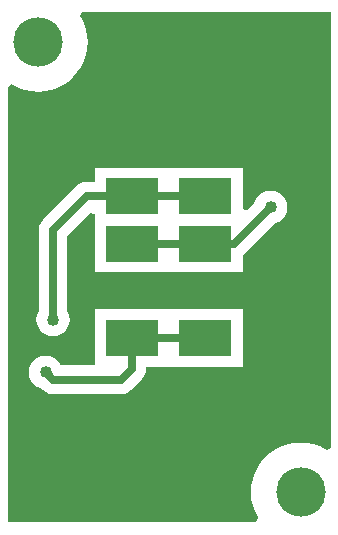
<source format=gbl>
%FSLAX25Y25*%
%MOIN*%
G70*
G01*
G75*
G04 Layer_Physical_Order=2*
G04 Layer_Color=65280*
%ADD10R,0.05000X0.08000*%
%ADD11R,0.08000X0.05000*%
%ADD12R,0.05906X0.05906*%
%ADD13P,0.08352X4X255.0*%
%ADD14P,0.08352X4X195.0*%
%ADD15C,0.02500*%
%ADD16C,0.16500*%
%ADD17C,0.04000*%
%ADD18R,0.17716X0.12205*%
G36*
X510000Y427254D02*
X508677Y426546D01*
X508268Y426820D01*
X506328Y427777D01*
X504280Y428472D01*
X502158Y428894D01*
X500000Y429035D01*
X497842Y428894D01*
X495720Y428472D01*
X493672Y427777D01*
X491732Y426820D01*
X489934Y425618D01*
X488308Y424192D01*
X486882Y422566D01*
X485680Y420768D01*
X484723Y418828D01*
X484028Y416780D01*
X483606Y414658D01*
X483465Y412500D01*
X483606Y410342D01*
X484028Y408220D01*
X484723Y406172D01*
X485680Y404232D01*
X485954Y403823D01*
X485246Y402500D01*
X402500D01*
Y547746D01*
X403823Y548454D01*
X404232Y548180D01*
X406172Y547223D01*
X408220Y546528D01*
X410342Y546106D01*
X412500Y545965D01*
X414658Y546106D01*
X416780Y546528D01*
X418828Y547223D01*
X420768Y548180D01*
X422566Y549382D01*
X424192Y550808D01*
X425618Y552434D01*
X426820Y554232D01*
X427777Y556172D01*
X428472Y558220D01*
X428894Y560342D01*
X429035Y562500D01*
X428894Y564658D01*
X428472Y566780D01*
X427777Y568828D01*
X426820Y570768D01*
X426546Y571177D01*
X427254Y572500D01*
X510000D01*
Y427254D01*
D02*
G37*
%LPC*%
G36*
X480665Y473502D02*
X431342D01*
Y454791D01*
X420004D01*
X419804Y455274D01*
X418923Y456423D01*
X417774Y457304D01*
X416436Y457858D01*
X415000Y458047D01*
X413564Y457858D01*
X412226Y457304D01*
X411077Y456423D01*
X410196Y455274D01*
X409642Y453936D01*
X409452Y452500D01*
X409642Y451064D01*
X410196Y449726D01*
X411077Y448577D01*
X412226Y447696D01*
X413564Y447142D01*
X413586Y447139D01*
X414112Y446612D01*
X415104Y445851D01*
X416260Y445372D01*
X417500Y445209D01*
X440000D01*
X441240Y445372D01*
X442057Y445711D01*
X442395Y445851D01*
X443388Y446612D01*
Y446612D01*
X443388D01*
D01*
D01*
D01*
D01*
D01*
D01*
X443388D01*
D01*
X443388D01*
Y446612D01*
D01*
D01*
D01*
D01*
Y446612D01*
D01*
D01*
D01*
Y446612D01*
D01*
D01*
X443388D01*
D01*
D01*
D01*
X447088Y450312D01*
Y450312D01*
D01*
D01*
D01*
X447088Y450312D01*
Y450312D01*
D01*
D01*
Y450312D01*
X447088D01*
D01*
D01*
X447088D01*
D01*
D01*
Y450312D01*
D01*
D01*
D01*
Y450312D01*
D01*
D01*
X447088D01*
D01*
X447088Y450312D01*
D01*
D01*
X447849Y451304D01*
X448328Y452460D01*
X448491Y453700D01*
Y454298D01*
X480665D01*
Y473502D01*
D02*
G37*
G36*
Y520747D02*
X431342D01*
Y515935D01*
X428644D01*
X427404Y515772D01*
X426249Y515293D01*
X425256Y514532D01*
X414112Y503388D01*
X413351Y502395D01*
X413211Y502057D01*
X412872Y501240D01*
X412709Y500000D01*
Y472791D01*
X412696Y472774D01*
X412142Y471436D01*
X411952Y470000D01*
X412142Y468564D01*
X412696Y467226D01*
X413577Y466077D01*
X414726Y465196D01*
X416064Y464642D01*
X417500Y464453D01*
X418936Y464642D01*
X420274Y465196D01*
X421423Y466077D01*
X422304Y467226D01*
X422858Y468564D01*
X423047Y470000D01*
X422858Y471436D01*
X422304Y472774D01*
X422291Y472791D01*
Y498015D01*
X429956Y505680D01*
X431342Y505106D01*
Y501542D01*
Y485794D01*
X480665D01*
Y491533D01*
X481284Y492008D01*
X491414Y502139D01*
X491436Y502142D01*
X492774Y502696D01*
X493923Y503577D01*
X494804Y504726D01*
X495358Y506064D01*
X495547Y507500D01*
X495358Y508936D01*
X494804Y510274D01*
X493923Y511423D01*
X492774Y512304D01*
X491436Y512858D01*
X490000Y513048D01*
X488564Y512858D01*
X487226Y512304D01*
X486077Y511423D01*
X485196Y510274D01*
X484642Y508936D01*
X484639Y508914D01*
X482050Y506326D01*
X480665Y506900D01*
Y520747D01*
D02*
G37*
%LPD*%
D15*
X443700Y495396D02*
X477896D01*
X430000Y537500D02*
X479390D01*
X429648Y479648D02*
X480352D01*
X405610Y513110D02*
X430000Y537500D01*
X405610Y464390D02*
Y513110D01*
X422500Y462500D02*
X427500Y467500D01*
X450000Y432500D02*
X480000D01*
X500000Y452500D01*
Y503110D01*
X506890Y510000D01*
X479390Y537500D02*
X506890Y510000D01*
X405610Y464390D02*
X407500Y462500D01*
X422500D01*
X427500Y467500D02*
Y477500D01*
X429648Y479648D01*
X480352D02*
X482500Y477500D01*
X428644Y511144D02*
X468306D01*
X477896Y495396D02*
X490000Y507500D01*
X443700Y463900D02*
X468306D01*
X443700Y453700D02*
Y463900D01*
X415000Y452500D02*
X417500Y450000D01*
X440000D01*
X443700Y453700D01*
X417500Y470000D02*
Y500000D01*
X428644Y511144D01*
D16*
X412500Y562500D02*
D03*
X500000Y412500D02*
D03*
D17*
X482500Y477500D02*
D03*
X462500Y537500D02*
D03*
X506890Y510000D02*
D03*
X412500Y520000D02*
D03*
X405610Y465610D02*
D03*
X500000Y452500D02*
D03*
X450000Y432500D02*
D03*
X490000Y507500D02*
D03*
X415000Y452500D02*
D03*
X417500Y470000D02*
D03*
D18*
X468306Y463900D02*
D03*
Y479648D02*
D03*
Y495396D02*
D03*
Y511144D02*
D03*
X443700D02*
D03*
Y495396D02*
D03*
Y479648D02*
D03*
Y463900D02*
D03*
M02*

</source>
